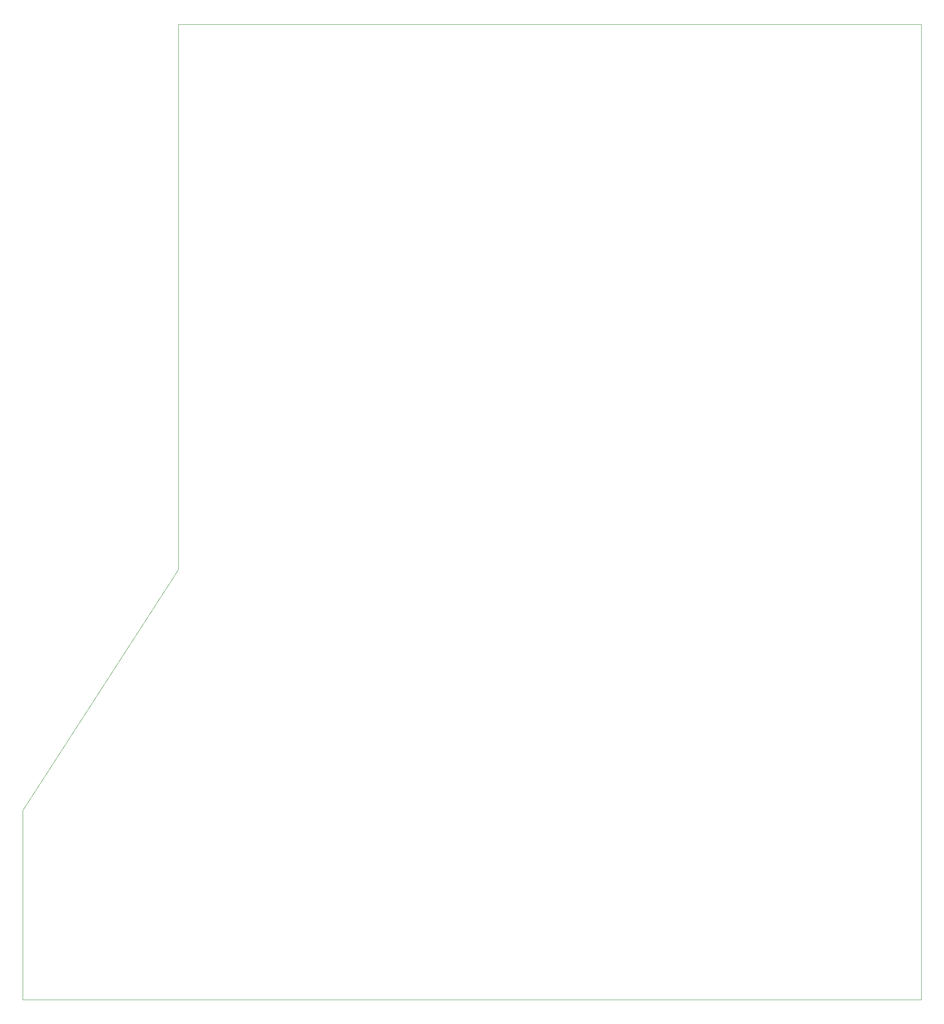
<source format=gbr>
%TF.GenerationSoftware,KiCad,Pcbnew,(6.0.0)*%
%TF.CreationDate,2022-01-02T22:49:07-08:00*%
%TF.ProjectId,thumbler_right,7468756d-626c-4657-925f-72696768742e,rev?*%
%TF.SameCoordinates,Original*%
%TF.FileFunction,Profile,NP*%
%FSLAX46Y46*%
G04 Gerber Fmt 4.6, Leading zero omitted, Abs format (unit mm)*
G04 Created by KiCad (PCBNEW (6.0.0)) date 2022-01-02 22:49:07*
%MOMM*%
%LPD*%
G01*
G04 APERTURE LIST*
%TA.AperFunction,Profile*%
%ADD10C,0.050000*%
%TD*%
G04 APERTURE END LIST*
D10*
X331497793Y-250429104D02*
X298936338Y-300721104D01*
X298936338Y-300721104D02*
X298936338Y-340218104D01*
X298936338Y-340218104D02*
X486691793Y-340218104D01*
X486691793Y-340218104D02*
X486691793Y-136637104D01*
X486691793Y-136637104D02*
X331497793Y-136637104D01*
X331497793Y-136637104D02*
X331497793Y-250429104D01*
M02*

</source>
